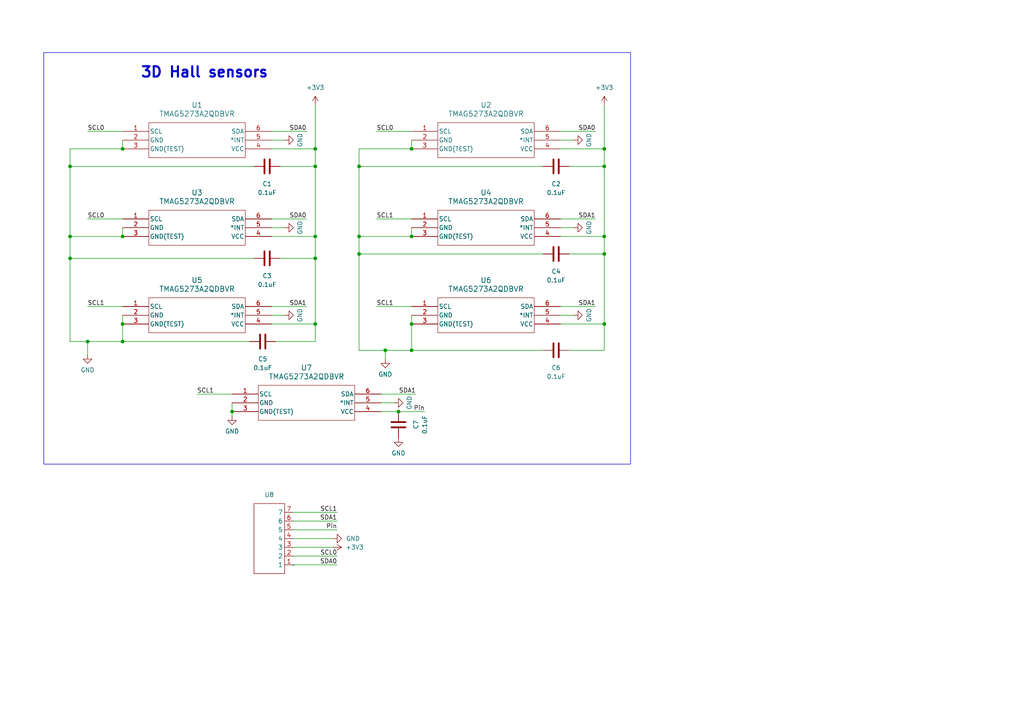
<source format=kicad_sch>
(kicad_sch (version 20230121) (generator eeschema)
  (paper "A4")
  (title_block (title "Index V1") (date "Feb 2024") (rev "V1") (company "CREATE Lab") (comment 1 "By Selina Bothner"))
  (lib_symbols
    (symbol "Device:C" (pin_numbers hide) (pin_names (offset 0.254))
      (property "Reference" "C" (at 0.635 2.54 0))
      (property "Value" "C" (at 0.635 -2.54 0))
      (symbol "C_0_1"
        (polyline (pts (xy -2.032 -0.762) (xy 2.032 -0.762)) (stroke (width 0.508)))
        (polyline (pts (xy -2.032 0.762) (xy 2.032 0.762)) (stroke (width 0.508)))
      )
      (symbol "C_1_1"
        (pin passive line (at 0 3.81 270) (length 2.794) (name "~") (number "1"))
        (pin passive line (at 0 -3.81 90) (length 2.794) (name "~") (number "2"))
      )
    )
    (symbol "MasterThesis_library:7Pin_FingerConnector_for_0527450797"
      (property "Reference" "U" (at 2.54 3.81 0))
      (symbol "7Pin_FingerConnector_for_0527450797_0_1"
        (rectangle (start 2.54 2.54) (end 11.43 -17.78))
      )
      (symbol "7Pin_FingerConnector_for_0527450797_1_1"
        (pin bidirectional line (at 0 0 0) (length 2.54) (name "1") (number "1"))
        (pin bidirectional line (at 0 -2.54 0) (length 2.54) (name "2") (number "2"))
        (pin bidirectional line (at 0 -5.08 0) (length 2.54) (name "3") (number "3"))
        (pin bidirectional line (at 0 -7.62 0) (length 2.54) (name "4") (number "4"))
        (pin bidirectional line (at 0 -10.16 0) (length 2.54) (name "5") (number "5"))
        (pin bidirectional line (at 0 -12.7 0) (length 2.54) (name "6") (number "6"))
        (pin bidirectional line (at 0 -15.24 0) (length 2.54) (name "7") (number "7"))
      )
    )
    (symbol "MasterThesis_library:TMAG5273A2QDBVR" (pin_names (offset 0.254))
      (property "Reference" "U" (at 19.05 10.16 0))
      (property "Value" "TMAG5273A2QDBVR" (at 19.05 7.62 0))
      (symbol "TMAG5273A2QDBVR_0_1"
        (polyline (pts (xy 7.62 -5.08) (xy 35.56 -5.08)) (stroke (width 0.127)))
        (polyline (pts (xy 7.62 5.08) (xy 7.62 -5.08)) (stroke (width 0.127)))
        (polyline (pts (xy 35.56 -5.08) (xy 35.56 5.08)) (stroke (width 0.127)))
        (polyline (pts (xy 35.56 5.08) (xy 7.62 5.08)) (stroke (width 0.127)))
        (pin bidirectional line (at 0 2.54 0) (length 7.62) (name "SCL") (number "1"))
        (pin power_out line (at 0 0 0) (length 7.62) (name "GND") (number "2"))
        (pin input line (at 0 -2.54 0) (length 7.62) (name "GND(TEST)") (number "3"))
        (pin power_in line (at 43.18 -2.54 180) (length 7.62) (name "VCC") (number "4"))
        (pin bidirectional line (at 43.18 0 180) (length 7.62) (name "*INT") (number "5"))
        (pin bidirectional line (at 43.18 2.54 180) (length 7.62) (name "SDA") (number "6"))
      )
    )
    (symbol "power:+3V3" (power) (pin_names (offset 0))
      (property "Value" "+3V3" (at 0 3.556 0))
      (symbol "+3V3_0_1"
        (polyline (pts (xy -0.762 1.27) (xy 0 2.54)))
        (polyline (pts (xy 0 0) (xy 0 2.54)))
        (polyline (pts (xy 0 2.54) (xy 0.762 1.27)))
      )
      (symbol "+3V3_1_1"
        (pin power_in line (at 0 0 90) (length 0) hide (name "+3V3") (number "1"))
      )
    )
    (symbol "power:GND" (power) (pin_names (offset 0))
      (property "Value" "GND" (at 0 -3.81 0))
      (symbol "GND_0_1"
        (polyline (pts (xy 0 0) (xy 0 -1.27) (xy 1.27 -1.27) (xy 0 -2.54) (xy -1.27 -1.27) (xy 0 -1.27)))
      )
      (symbol "GND_1_1"
        (pin power_in line (at 0 0 270) (length 0) hide (name "GND") (number "1"))
      )
    )
  )
  (junction (at 175.26 73.66))
  (junction (at 35.56 93.98))
  (junction (at 35.56 99.06))
  (junction (at 115.57 119.38))
  (junction (at 119.38 43.18))
  (junction (at 175.26 48.26))
  (junction (at 20.32 48.26))
  (junction (at 91.44 93.98))
  (junction (at 35.56 43.18))
  (junction (at 104.14 48.26))
  (junction (at 20.32 68.58))
  (junction (at 104.14 73.66))
  (junction (at 91.44 74.93))
  (junction (at 91.44 48.26))
  (junction (at 119.38 101.6))
  (junction (at 119.38 93.98))
  (junction (at 104.14 68.58))
  (junction (at 35.56 68.58))
  (junction (at 91.44 68.58))
  (junction (at 25.4 99.06))
  (junction (at 119.38 68.58))
  (junction (at 175.26 68.58))
  (junction (at 67.31 119.38))
  (junction (at 111.76 101.6))
  (junction (at 20.32 74.93))
  (junction (at 175.26 43.18))
  (junction (at 91.44 43.18))
  (junction (at 175.26 93.98))
  (wire (pts (xy 88.9 88.9) (xy 78.74 88.9)))
  (wire (pts (xy 91.44 93.98) (xy 91.44 74.93)))
  (wire (pts (xy 25.4 63.5) (xy 35.56 63.5)))
  (wire (pts (xy 157.48 48.26) (xy 104.14 48.26)))
  (wire (pts (xy 104.14 48.26) (xy 104.14 68.58)))
  (wire (pts (xy 104.14 73.66) (xy 104.14 101.6)))
  (wire (pts (xy 104.14 43.18) (xy 104.14 48.26)))
  (wire (pts (xy 165.1 73.66) (xy 175.26 73.66)))
  (wire (pts (xy 97.79 148.59) (xy 85.09 148.59)))
  (wire (pts (xy 20.32 68.58) (xy 35.56 68.58)))
  (wire (pts (xy 157.48 101.6) (xy 119.38 101.6)))
  (wire (pts (xy 110.49 116.84) (xy 114.3 116.84)))
  (wire (pts (xy 111.76 101.6) (xy 104.14 101.6)))
  (wire (pts (xy 73.66 74.93) (xy 20.32 74.93)))
  (wire (pts (xy 81.28 74.93) (xy 91.44 74.93)))
  (wire (pts (xy 20.32 43.18) (xy 20.32 48.26)))
  (wire (pts (xy 175.26 68.58) (xy 175.26 48.26)))
  (wire (pts (xy 35.56 40.64) (xy 35.56 43.18)))
  (wire (pts (xy 35.56 91.44) (xy 35.56 93.98)))
  (wire (pts (xy 172.72 88.9) (xy 162.56 88.9)))
  (wire (pts (xy 119.38 40.64) (xy 119.38 43.18)))
  (wire (pts (xy 25.4 88.9) (xy 35.56 88.9)))
  (wire (pts (xy 175.26 30.48) (xy 175.26 43.18)))
  (wire (pts (xy 175.26 93.98) (xy 175.26 101.6)))
  (wire (pts (xy 162.56 93.98) (xy 175.26 93.98)))
  (wire (pts (xy 80.01 99.06) (xy 91.44 99.06)))
  (wire (pts (xy 115.57 119.38) (xy 110.49 119.38)))
  (wire (pts (xy 20.32 99.06) (xy 25.4 99.06)))
  (wire (pts (xy 25.4 99.06) (xy 25.4 102.87)))
  (wire (pts (xy 109.22 63.5) (xy 119.38 63.5)))
  (wire (pts (xy 25.4 38.1) (xy 35.56 38.1)))
  (wire (pts (xy 165.1 48.26) (xy 175.26 48.26)))
  (wire (pts (xy 78.74 93.98) (xy 91.44 93.98)))
  (wire (pts (xy 97.79 151.13) (xy 85.09 151.13)))
  (wire (pts (xy 119.38 93.98) (xy 119.38 101.6)))
  (wire (pts (xy 172.72 38.1) (xy 162.56 38.1)))
  (wire (pts (xy 120.65 114.3) (xy 110.49 114.3)))
  (wire (pts (xy 78.74 91.44) (xy 82.55 91.44)))
  (wire (pts (xy 175.26 73.66) (xy 175.26 68.58)))
  (wire (pts (xy 165.1 101.6) (xy 175.26 101.6)))
  (wire (pts (xy 78.74 40.64) (xy 82.55 40.64)))
  (wire (pts (xy 97.79 163.83) (xy 85.09 163.83)))
  (wire (pts (xy 157.48 73.66) (xy 104.14 73.66)))
  (wire (pts (xy 162.56 91.44) (xy 166.37 91.44)))
  (wire (pts (xy 175.26 93.98) (xy 175.26 73.66)))
  (wire (pts (xy 35.56 99.06) (xy 35.56 93.98)))
  (wire (pts (xy 96.52 156.21) (xy 85.09 156.21)))
  (wire (pts (xy 78.74 68.58) (xy 91.44 68.58)))
  (wire (pts (xy 119.38 91.44) (xy 119.38 93.98)))
  (wire (pts (xy 91.44 48.26) (xy 91.44 43.18)))
  (wire (pts (xy 20.32 48.26) (xy 20.32 68.58)))
  (wire (pts (xy 104.14 68.58) (xy 119.38 68.58)))
  (wire (pts (xy 57.15 114.3) (xy 67.31 114.3)))
  (wire (pts (xy 119.38 101.6) (xy 111.76 101.6)))
  (wire (pts (xy 91.44 30.48) (xy 91.44 43.18)))
  (wire (pts (xy 91.44 99.06) (xy 91.44 93.98)))
  (wire (pts (xy 111.76 101.6) (xy 111.76 104.14)))
  (wire (pts (xy 91.44 74.93) (xy 91.44 68.58)))
  (wire (pts (xy 20.32 68.58) (xy 20.32 74.93)))
  (wire (pts (xy 104.14 43.18) (xy 119.38 43.18)))
  (wire (pts (xy 162.56 68.58) (xy 175.26 68.58)))
  (wire (pts (xy 35.56 99.06) (xy 72.39 99.06)))
  (wire (pts (xy 175.26 48.26) (xy 175.26 43.18)))
  (wire (pts (xy 162.56 66.04) (xy 166.37 66.04)))
  (wire (pts (xy 109.22 88.9) (xy 119.38 88.9)))
  (wire (pts (xy 162.56 40.64) (xy 166.37 40.64)))
  (wire (pts (xy 88.9 38.1) (xy 78.74 38.1)))
  (wire (pts (xy 97.79 153.67) (xy 85.09 153.67)))
  (wire (pts (xy 91.44 68.58) (xy 91.44 48.26)))
  (wire (pts (xy 162.56 43.18) (xy 175.26 43.18)))
  (wire (pts (xy 78.74 66.04) (xy 82.55 66.04)))
  (wire (pts (xy 85.09 158.75) (xy 96.52 158.75)))
  (wire (pts (xy 35.56 66.04) (xy 35.56 68.58)))
  (wire (pts (xy 20.32 74.93) (xy 20.32 99.06)))
  (wire (pts (xy 67.31 116.84) (xy 67.31 119.38)))
  (wire (pts (xy 20.32 43.18) (xy 35.56 43.18)))
  (wire (pts (xy 172.72 63.5) (xy 162.56 63.5)))
  (wire (pts (xy 123.19 119.38) (xy 115.57 119.38)))
  (wire (pts (xy 97.79 161.29) (xy 85.09 161.29)))
  (wire (pts (xy 88.9 63.5) (xy 78.74 63.5)))
  (wire (pts (xy 119.38 66.04) (xy 119.38 68.58)))
  (wire (pts (xy 81.28 48.26) (xy 91.44 48.26)))
  (wire (pts (xy 104.14 68.58) (xy 104.14 73.66)))
  (wire (pts (xy 109.22 38.1) (xy 119.38 38.1)))
  (wire (pts (xy 78.74 43.18) (xy 91.44 43.18)))
  (wire (pts (xy 25.4 99.06) (xy 35.56 99.06)))
  (wire (pts (xy 67.31 119.38) (xy 67.31 120.65)))
  (wire (pts (xy 73.66 48.26) (xy 20.32 48.26)))
  (rectangle (start 12.7 15.24) (end 182.88 134.62))
  (text "3D Hall sensors" (at 40.64 22.86 0) (effects (font (size 3 3) (thickness 0.6) bold) (justify left bottom)))
  (label "SDA1" (at 172.72 63.5 180))
  (label "SDA0" (at 88.9 38.1 180))
  (label "SCL1" (at 97.79 148.59 180))
  (label "SDA1" (at 120.65 114.3 180))
  (label "SCL0" (at 97.79 161.29 180))
  (label "SDA0" (at 88.9 63.5 180))
  (label "SDA1" (at 172.72 88.9 180))
  (label "SCL0" (at 25.4 63.5 0))
  (label "SDA1" (at 88.9 88.9 180))
  (label "Pin" (at 123.19 119.38 180))
  (label "SCL1" (at 57.15 114.3 0))
  (label "SCL0" (at 25.4 38.1 0))
  (label "SCL1" (at 109.22 88.9 0))
  (label "SDA0" (at 97.79 163.83 180))
  (label "SCL1" (at 25.4 88.9 0))
  (label "Pin" (at 97.79 153.67 180))
  (label "SDA0" (at 172.72 38.1 180))
  (label "SCL0" (at 109.22 38.1 0))
  (label "SCL1" (at 109.22 63.5 0))
  (label "SDA1" (at 97.79 151.13 180))
  (symbol (lib_id "Device:C") (at 76.2 99.06 270) (unit 1)
    (property "Reference" "C5" (at 76.2 104.14 90))
    (property "Value" "0.1uF" (at 76.2 106.68 90))
    (property "Footprint" "Capacitor_SMD:C_0402_1005Metric_Pad0.74x0.62mm_HandSolder" (effects hide))
  )
  (symbol (lib_id "MasterThesis_library:TMAG5273A2QDBVR") (at 35.56 66.04 0) (unit 1)
    (property "Reference" "U3" (at 57.15 55.88 0) (effects (font (size 1.524 1.524))))
    (property "Value" "TMAG5273A2QDBVR" (at 57.15 58.42 0) (effects (font (size 1.524 1.524))))
    (property "Footprint" "MasterThesis_library:TMAG5273A2" (effects hide))
    (property "Datasheet" "TMAG5273A2QDBVR" (effects hide))
  )
  (symbol (lib_id "power:GND") (at 115.57 127 0) (unit 1)
    (property "Reference" "#PWR07" (effects hide))
    (property "Value" "GND" (at 115.57 131.445 0))
  )
  (symbol (lib_id "power:+3V3") (at 91.44 30.48 0) (unit 1)
    (property "Reference" "#PWR02" (effects hide))
    (property "Value" "+3V3" (at 91.44 25.4 0))
  )
  (symbol (lib_id "MasterThesis_library:7Pin_FingerConnector_for_0527450797") (at 85.09 163.83 180) (unit 1)
    (property "Reference" "U8" (at 78.105 143.51 0))
    (property "Value" "~" (at 85.09 163.83 0))
    (property "Footprint" "MasterThesis_library:7Pin_FingerConnector_for 0527450797" (effects hide))
  )
  (symbol (lib_id "power:+3V3") (at 96.52 158.75 270) (unit 1)
    (property "Reference" "#PWR05" (effects hide))
    (property "Value" "+3V3" (at 102.87 158.75 90))
  )
  (symbol (lib_id "MasterThesis_library:TMAG5273A2QDBVR") (at 119.38 66.04 0) (unit 1)
    (property "Reference" "U4" (at 140.97 55.88 0) (effects (font (size 1.524 1.524))))
    (property "Value" "TMAG5273A2QDBVR" (at 140.97 58.42 0) (effects (font (size 1.524 1.524))))
    (property "Footprint" "MasterThesis_library:TMAG5273A2" (effects hide))
    (property "Datasheet" "TMAG5273A2QDBVR" (effects hide))
  )
  (symbol (lib_id "power:GND") (at 25.4 102.87 0) (unit 1)
    (property "Reference" "#PWR01" (effects hide))
    (property "Value" "GND" (at 25.4 107.315 0))
  )
  (symbol (lib_id "power:GND") (at 166.37 91.44 90) (unit 1)
    (property "Reference" "#PWR013" (effects hide))
    (property "Value" "GND" (at 170.815 91.44 0))
  )
  (symbol (lib_id "Device:C") (at 161.29 101.6 270) (unit 1)
    (property "Reference" "C6" (at 161.29 106.68 90))
    (property "Value" "0.1uF" (at 161.29 109.22 90))
    (property "Footprint" "Capacitor_SMD:C_0402_1005Metric_Pad0.74x0.62mm_HandSolder" (effects hide))
  )
  (symbol (lib_id "power:+3V3") (at 175.26 30.48 0) (unit 1)
    (property "Reference" "#PWR03" (effects hide))
    (property "Value" "+3V3" (at 175.26 25.4 0))
  )
  (symbol (lib_id "power:GND") (at 111.76 104.14 0) (unit 1)
    (property "Reference" "#PWR04" (effects hide))
    (property "Value" "GND" (at 111.76 108.585 0))
  )
  (symbol (lib_id "power:GND") (at 96.52 156.21 90) (unit 1)
    (property "Reference" "#PWR06" (effects hide))
    (property "Value" "GND" (at 100.33 156.21 90) (effects (justify right)))
  )
  (symbol (lib_id "Device:C") (at 77.47 48.26 270) (unit 1)
    (property "Reference" "C1" (at 77.47 53.34 90))
    (property "Value" "0.1uF" (at 77.47 55.88 90))
    (property "Footprint" "Capacitor_SMD:C_0402_1005Metric_Pad0.74x0.62mm_HandSolder" (effects hide))
  )
  (symbol (lib_id "power:GND") (at 67.31 120.65 0) (unit 1)
    (property "Reference" "#PWR010" (effects hide))
    (property "Value" "GND" (at 67.31 125.095 0))
  )
  (symbol (lib_id "power:GND") (at 82.55 66.04 90) (unit 1)
    (property "Reference" "#PWR09" (effects hide))
    (property "Value" "GND" (at 86.995 66.04 0))
  )
  (symbol (lib_id "power:GND") (at 166.37 40.64 90) (unit 1)
    (property "Reference" "#PWR015" (effects hide))
    (property "Value" "GND" (at 170.815 40.64 0))
  )
  (symbol (lib_id "power:GND") (at 82.55 40.64 90) (unit 1)
    (property "Reference" "#PWR08" (effects hide))
    (property "Value" "GND" (at 86.995 40.64 0))
  )
  (symbol (lib_id "power:GND") (at 114.3 116.84 90) (unit 1)
    (property "Reference" "#PWR012" (effects hide))
    (property "Value" "GND" (at 118.745 116.84 0))
  )
  (symbol (lib_id "MasterThesis_library:TMAG5273A2QDBVR") (at 67.31 116.84 0) (unit 1)
    (property "Reference" "U7" (at 88.9 106.68 0) (effects (font (size 1.524 1.524))))
    (property "Value" "TMAG5273A2QDBVR" (at 88.9 109.22 0) (effects (font (size 1.524 1.524))))
    (property "Footprint" "MasterThesis_library:TMAG5273A2" (effects hide))
    (property "Datasheet" "TMAG5273A2QDBVR" (effects hide))
  )
  (symbol (lib_id "MasterThesis_library:TMAG5273A2QDBVR") (at 35.56 40.64 0) (unit 1)
    (property "Reference" "U1" (at 57.15 30.48 0) (effects (font (size 1.524 1.524))))
    (property "Value" "TMAG5273A2QDBVR" (at 57.15 33.02 0) (effects (font (size 1.524 1.524))))
    (property "Footprint" "MasterThesis_library:TMAG5273A2" (effects hide))
    (property "Datasheet" "TMAG5273A2QDBVR" (effects hide))
  )
  (symbol (lib_id "Device:C") (at 161.29 48.26 270) (unit 1)
    (property "Reference" "C2" (at 161.29 53.34 90))
    (property "Value" "0.1uF" (at 161.29 55.88 90))
    (property "Footprint" "Capacitor_SMD:C_0402_1005Metric_Pad0.74x0.62mm_HandSolder" (effects hide))
  )
  (symbol (lib_id "Device:C") (at 77.47 74.93 270) (unit 1)
    (property "Reference" "C3" (at 77.47 80.01 90))
    (property "Value" "0.1uF" (at 77.47 82.55 90))
    (property "Footprint" "Capacitor_SMD:C_0402_1005Metric_Pad0.74x0.62mm_HandSolder" (effects hide))
  )
  (symbol (lib_id "power:GND") (at 166.37 66.04 90) (unit 1)
    (property "Reference" "#PWR014" (effects hide))
    (property "Value" "GND" (at 170.815 66.04 0))
  )
  (symbol (lib_id "power:GND") (at 82.55 91.44 90) (unit 1)
    (property "Reference" "#PWR011" (effects hide))
    (property "Value" "GND" (at 86.995 91.44 0))
  )
  (symbol (lib_id "Device:C") (at 115.57 123.19 0) (unit 1)
    (property "Reference" "C7" (at 120.65 123.19 90))
    (property "Value" "0.1uF" (at 123.19 123.19 90))
    (property "Footprint" "Capacitor_SMD:C_0402_1005Metric_Pad0.74x0.62mm_HandSolder" (effects hide))
  )
  (symbol (lib_id "Device:C") (at 161.29 73.66 270) (unit 1)
    (property "Reference" "C4" (at 161.29 78.74 90))
    (property "Value" "0.1uF" (at 161.29 81.28 90))
    (property "Footprint" "Capacitor_SMD:C_0402_1005Metric_Pad0.74x0.62mm_HandSolder" (effects hide))
  )
  (symbol (lib_id "MasterThesis_library:TMAG5273A2QDBVR") (at 119.38 91.44 0) (unit 1)
    (property "Reference" "U6" (at 140.97 81.28 0) (effects (font (size 1.524 1.524))))
    (property "Value" "TMAG5273A2QDBVR" (at 140.97 83.82 0) (effects (font (size 1.524 1.524))))
    (property "Footprint" "MasterThesis_library:TMAG5273A2" (effects hide))
    (property "Datasheet" "TMAG5273A2QDBVR" (effects hide))
  )
  (symbol (lib_id "MasterThesis_library:TMAG5273A2QDBVR") (at 119.38 40.64 0) (unit 1)
    (property "Reference" "U2" (at 140.97 30.48 0) (effects (font (size 1.524 1.524))))
    (property "Value" "TMAG5273A2QDBVR" (at 140.97 33.02 0) (effects (font (size 1.524 1.524))))
    (property "Footprint" "MasterThesis_library:TMAG5273A2" (effects hide))
    (property "Datasheet" "TMAG5273A2QDBVR" (effects hide))
  )
  (symbol (lib_id "MasterThesis_library:TMAG5273A2QDBVR") (at 35.56 91.44 0) (unit 1)
    (property "Reference" "U5" (at 57.15 81.28 0) (effects (font (size 1.524 1.524))))
    (property "Value" "TMAG5273A2QDBVR" (at 57.15 83.82 0) (effects (font (size 1.524 1.524))))
    (property "Footprint" "MasterThesis_library:TMAG5273A2" (effects hide))
    (property "Datasheet" "TMAG5273A2QDBVR" (effects hide))
  )
)
</source>
